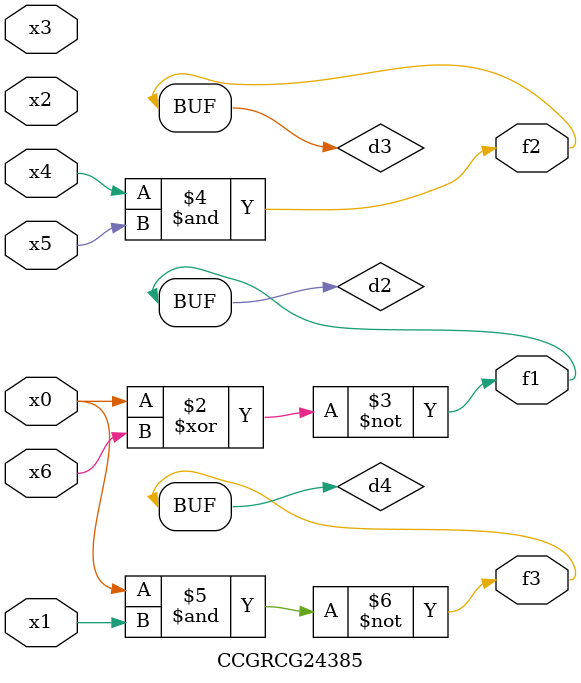
<source format=v>
module CCGRCG24385(
	input x0, x1, x2, x3, x4, x5, x6,
	output f1, f2, f3
);

	wire d1, d2, d3, d4;

	nor (d1, x0);
	xnor (d2, x0, x6);
	and (d3, x4, x5);
	nand (d4, x0, x1);
	assign f1 = d2;
	assign f2 = d3;
	assign f3 = d4;
endmodule

</source>
